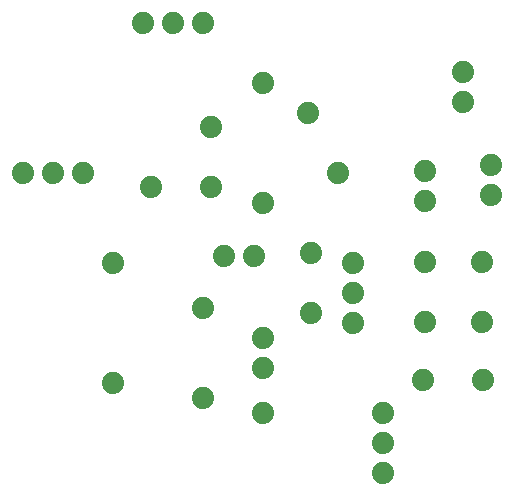
<source format=gbs>
G75*
%MOIN*%
%OFA0B0*%
%FSLAX25Y25*%
%IPPOS*%
%LPD*%
%AMOC8*
5,1,8,0,0,1.08239X$1,22.5*
%
%ADD10C,0.07400*%
D10*
X0051236Y0061236D03*
X0081236Y0056236D03*
X0101236Y0051236D03*
X0101236Y0066236D03*
X0101236Y0076236D03*
X0116972Y0084622D03*
X0131236Y0081236D03*
X0131236Y0091236D03*
X0131236Y0101236D03*
X0116972Y0104622D03*
X0101236Y0121236D03*
X0097957Y0103677D03*
X0087957Y0103677D03*
X0081236Y0086236D03*
X0051236Y0101236D03*
X0063653Y0126749D03*
X0083653Y0126749D03*
X0083653Y0146749D03*
X0101236Y0161236D03*
X0116236Y0151236D03*
X0126236Y0131236D03*
X0155161Y0131906D03*
X0155161Y0121906D03*
X0155161Y0101472D03*
X0155161Y0081472D03*
X0174059Y0081472D03*
X0174059Y0101472D03*
X0177096Y0123874D03*
X0177096Y0133874D03*
X0167760Y0154976D03*
X0167760Y0164976D03*
X0081236Y0181236D03*
X0071236Y0181236D03*
X0061236Y0181236D03*
X0041236Y0131236D03*
X0031236Y0131236D03*
X0021236Y0131236D03*
X0141236Y0051236D03*
X0141236Y0041236D03*
X0141236Y0031236D03*
X0154610Y0062339D03*
X0174610Y0062339D03*
M02*

</source>
